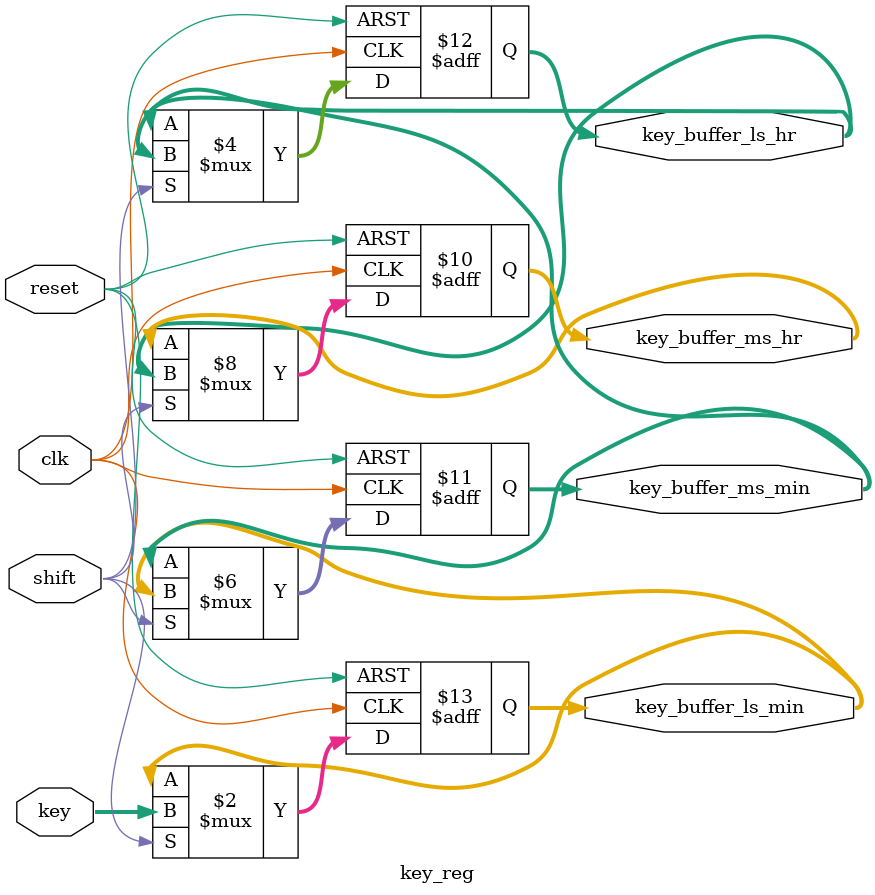
<source format=v>
module key_reg(clk, reset, key, shift, key_buffer_ms_hr, key_buffer_ms_min, key_buffer_ls_hr, key_buffer_ls_min);
input clk, reset, shift;
input [3:0] key;
output reg [3:0] key_buffer_ms_hr;
output reg [3:0] key_buffer_ms_min;
output reg [3:0] key_buffer_ls_hr;
output reg [3:0] key_buffer_ls_min;
always @ (posedge clk or posedge reset)
begin
if (reset)
begin
key_buffer_ms_hr<=0;
key_buffer_ms_min<=0;
key_buffer_ls_hr<=0;
key_buffer_ls_min<=0;
end
else if (shift)
begin
key_buffer_ms_hr<=key_buffer_ls_hr;
key_buffer_ms_min<=key_buffer_ls_min;
key_buffer_ls_hr<=key_buffer_ms_min;
key_buffer_ls_min<=key;
end
end
endmodule
</source>
